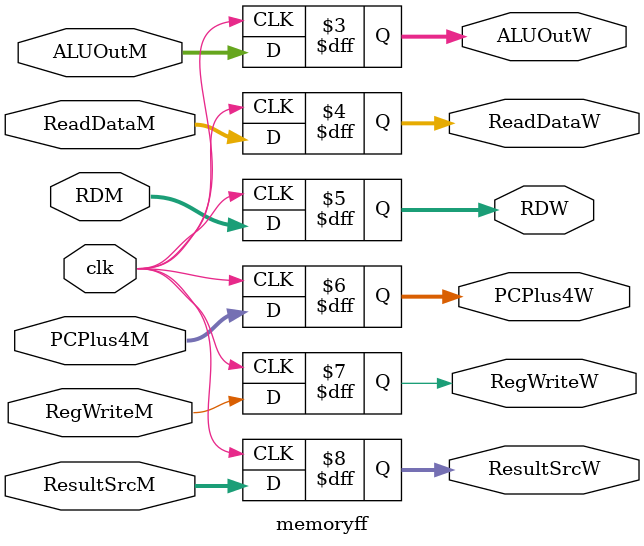
<source format=sv>
module memoryff (
    input logic clk,
    //CONTROL PATH INPUTS (Memory stage)
    input logic RegWriteM,
    input logic [1:0] ResultSrcM,

    //CONTROL PATH OUTPUTS (Writeback stage)
    output logic RegWriteW,
    output logic [1:0] ResultSrcW,

    //DATA PATH INPUTS (Memory stage)
    input logic [31:0] ALUOutM, //Value of out ALU in Memory stage
    input logic [31:0] ReadDataM,// Memory Stage - The read data memory value
    input logic [4:0] RDM, //destination reg of Memory stage
    input logic [31:0] PCPlus4M,
    

    //DATA PATH OUTPUTS (Writeback stage)
    output logic [31:0] ALUOutW, //Value of out ALU in writeback stage
    output logic [31:0] ReadDataW,// Writeback pipleline stage ,  address where we write into data memory
    output logic [4:0] RDW, //destination reg of Writeback stage
    output logic [31:0] PCPlus4W //Pc +4 
);

//CONTROL PATH
always_ff@(posedge clk)
begin
    RegWriteW <=RegWriteM;
    ResultSrcW <= ResultSrcM;
end

//DATA PATH
always_ff@(posedge clk)
begin
    ALUOutW <= ALUOutM;
    ReadDataW <= ReadDataM;
    RDW <= RDM;
    PCPlus4W <= PCPlus4M;
end


endmodule




</source>
